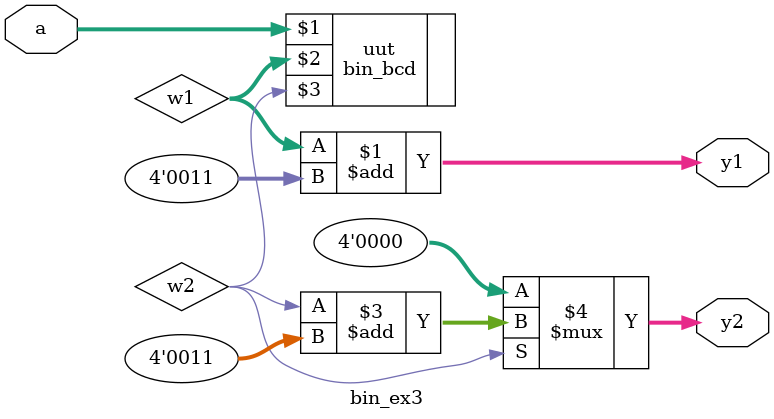
<source format=v>
`timescale 1ns / 1ps


module bin_ex3(input [3:0]a, output[3:0]y1,output[3:0]y2);
wire [3:0]w1;
wire w2;
bin_bcd uut(a,w1,w2);
assign y1 = w1+4'b0011;
assign y2 = (w2==1)?w2+4'b0011:4'b0000;
endmodule

</source>
